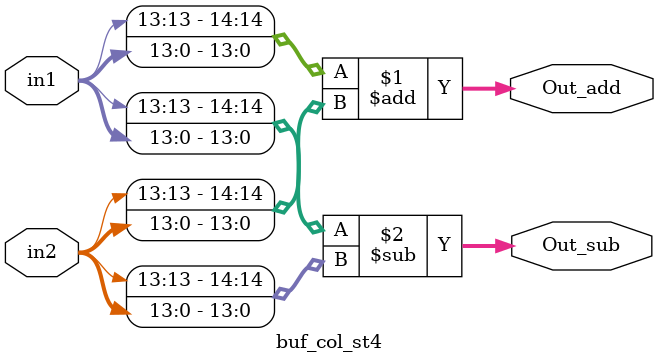
<source format=v>

module DCT_1D_col
    #(parameter C_bit = 7, parameter BW = 12)

    (X_k_out, x_n_in, clk, rstn, block_flag);

    output [16*BW-1:0]X_k_out;
    input [16*11-1:0]x_n_in;  
    input clk, rstn, block_flag;

    //(11.0)
    wire signed[11-1:0] x_0  = $signed(x_n_in[15*11 +: 11]);
    wire signed[11-1:0] x_1  = $signed(x_n_in[14*11 +: 11]);
    wire signed[11-1:0] x_2  = $signed(x_n_in[13*11 +: 11]);
    wire signed[11-1:0] x_3  = $signed(x_n_in[12*11 +: 11]);
    wire signed[11-1:0] x_4  = $signed(x_n_in[11*11 +: 11]);
    wire signed[11-1:0] x_5  = $signed(x_n_in[10*11 +: 11]);
    wire signed[11-1:0] x_6  = $signed(x_n_in[ 9*11 +: 11]);
    wire signed[11-1:0] x_7  = $signed(x_n_in[ 8*11 +: 11]);
    wire signed[11-1:0] x_8  = $signed(x_n_in[ 7*11 +: 11]);
    wire signed[11-1:0] x_9  = $signed(x_n_in[ 6*11 +: 11]);
    wire signed[11-1:0] x_10 = $signed(x_n_in[ 5*11 +: 11]);
    wire signed[11-1:0] x_11 = $signed(x_n_in[ 4*11 +: 11]);
    wire signed[11-1:0] x_12 = $signed(x_n_in[ 3*11 +: 11]);
    wire signed[11-1:0] x_13 = $signed(x_n_in[ 2*11 +: 11]);
    wire signed[11-1:0] x_14 = $signed(x_n_in[ 1*11 +: 11]);
    wire signed[11-1:0] x_15 = $signed(x_n_in[ 0*11 +: 11]);
    // (1.6)
    //wire [7-1:0] C_0  = 7'h10;
    // wire [7-1:0] C_1  = 7'h17;
    // wire [7-1:0] C_2  = 7'h16;
    // wire [7-1:0] C_3  = 7'h16;
    // wire [7-1:0] C_4  = 7'h15;
    // wire [7-1:0] C_5  = 7'h14;
    // wire [7-1:0] C_6  = 7'h13;
    // wire [7-1:0] C_7  = 7'h11;
    // wire [7-1:0] C_8  = 7'h10;
    // wire [7-1:0] C_9  = 7'he; 
    // wire [7-1:0] C_10 = 7'hd;
    // wire [7-1:0] C_11 = 7'hb;
    // wire [7-1:0] C_12 = 7'h9;
    // wire [7-1:0] C_13 = 7'h7;
    // wire [7-1:0] C_14 = 7'h4;
    // wire [7-1:0] C_15 = 7'h2;
    // 실제로는 16개인데 어차피 C0 = C8이어서 그냥 15개로만 계산함.

    wire signed[12-1:0] X_0_15_a, X_0_15_s;
    wire signed[12-1:0] X_1_14_a, X_1_14_s;
    wire signed[12-1:0] X_2_13_a, X_2_13_s;
    wire signed[12-1:0] X_3_12_a, X_3_12_s;
    wire signed[12-1:0] X_4_11_a, X_4_11_s;
    wire signed[12-1:0] X_5_10_a, X_5_10_s;
    wire signed[12-1:0] X_6_9_a, X_6_9_s;
    wire signed[12-1:0] X_7_8_a, X_7_8_s;


    wire signed[22-1:0] X_4, X_12;
    wire signed[12-1:0] X_4_trunc, X_12_trunc;

    // Common stage (Even, Odd) (12.0)
    buf_col_st1 buf1( X_0_15_a, X_0_15_s, x_0, x_15);
    buf_col_st1 buf2( X_1_14_a, X_1_14_s, x_1, x_14);
    buf_col_st1 buf3( X_2_13_a, X_2_13_s, x_2, x_13);
    buf_col_st1 buf4( X_3_12_a, X_3_12_s, x_3, x_12);
    buf_col_st1 buf5( X_4_11_a, X_4_11_s, x_4, x_11);
    buf_col_st1 buf6( X_5_10_a, X_5_10_s, x_5, x_10);
    buf_col_st1 buf7( X_6_9_a,  X_6_9_s,  x_6, x_9);
    buf_col_st1 buf8( X_7_8_a,  X_7_8_s,  x_7, x_8);

    wire signed[13-1:0] X_0_7_8_15_a, X_1_6_9_14_a, X_2_5_10_13_a, X_3_4_11_12_a;
    wire signed[13-1:0] X_0_7_8_15_s, X_1_6_9_14_s, X_2_5_10_13_s, X_3_4_11_12_s;

    // Even stage (13.0)
    buf_col_st2 buf2_1 (X_0_7_8_15_a,  X_0_7_8_15_s,  X_0_15_a, X_7_8_a);
    buf_col_st2 buf2_2 (X_1_6_9_14_a,  X_1_6_9_14_s,  X_1_14_a, X_6_9_a);
    buf_col_st2 buf2_3 (X_2_5_10_13_a, X_2_5_10_13_s, X_2_13_a, X_5_10_a);
    buf_col_st2 buf2_4 (X_3_4_11_12_a, X_3_4_11_12_s, X_3_12_a, X_4_11_a);

    wire signed[14-1:0] X1, X2, X3, X4;
    // 11 bit outcome (14.0)
    buf_col_st3 buf3_1 (X2, X4, X_1_6_9_14_a, X_2_5_10_13_a);
    buf_col_st3 buf3_2 (X1, X3, X_0_7_8_15_a,  X_3_4_11_12_a);

    // Even의 Even의 Even
    ////////////////////****** X[0], X[8] ******////////////////////
    wire signed[15-1:0] Pre_X_0;
    wire signed[15-1:0] Pre_X_8;
    wire signed[16-1:0] X_0;
    wire signed[20-1:0] X_8;
    wire signed[12-1:0] X_0_trunc; 
    wire signed[12-1:0] X_8_trunc;
    wire signed[12-1:0] X_0_test;
    wire overflow0, overflow1;

    // 15bit outcome (15.0)
    buf_col_st4 buf4_1 (Pre_X_0, Pre_X_8, X1, X2);

    // 19bit outcome (19.4) 승화가 알려준 꿀팁. $unsigned()
    ///assign overflow0 = ((Pre_X_0[15-1] & ~X1[14-1] & ~X2[14-1])) || ((~Pre_X_0[15-1] & X1[14-1] & X2[14-1]));
    //assign X_0 = overflow ? 15'b001111111111111 : $signed(Pre_X_0);
    
    assign X_0 = $signed(Pre_X_0);
    // 19bit outcome
    assign X_8 = $signed(Pre_X_8 << 4);

    // 12bit (12.0)
    assign X_0_test = block_flag ? X_0 >>> 3 : X_0 >>> 1;
    xor(overflow0, X_0_test[12-1], Pre_X_0[15-1]);
    // + 150 -50
    assign X_0_trunc = overflow0 ? (X_0_test[12-1] ? ~X_0_test : ~X_0_test) : X_0_test;
    assign X_8_trunc = X_8[17-1:5];

    // Even의 Even의 Odd
    ////////////////////****** X[4], X[12] ******////////////////////
    // 19bit outcome (19.6)
    //buf_col_st4_mult buf4_2 (X_4, X_12, X3, X4, C_4, C_12);

    assign X_4 = $signed((X3 << 4)) + $signed((X3 << 2)) + $signed(X3) + $signed(X4 << 3) + $signed(X4);
    assign X_12 = (X3 <<< 3) + (X3) - ((X4 <<< 4) + (X4 <<< 2) + X4);
    
    // 12bit (12.1) 앞에서 6비트, 뒤에서 5비트 자르기
    assign X_4_trunc = X_4[17-1:5];
    assign X_12_trunc = X_12[17-1:5];

    // Even의 Odd
    ////////////////////****** X[2], X[6], X[10], X[14] ******////////////////////
    // 18.6
    wire signed [21-1:0] Pre_X_10_1, Pre_X_6_1, Pre_X_10_2, Pre_X_6_2;
    //buf_col_st3_mult buf3_3 (Pre_X_10_1, Pre_X_6_1, X_0_7_8_15_s, X_3_4_11_12_s, C_10, C_6);
    //buf_col_st3_mult buf3_4 (Pre_X_6_2, Pre_X_10_2, X_1_6_9_14_s, X_2_5_10_13_s, C_14, C_2);

    // C10 = 0001101, C6 = 0010011
    // C10 * X_0_7_8_15_s + C6 * X_3_4_11_12_s
    // -C10 * X_3_4_11_12 + C6 * X_0_7_8_15_s
    assign Pre_X_10_1 = (X_0_7_8_15_s <<< 3) + (X_0_7_8_15_s <<< 2) + (X_0_7_8_15_s) + (X_3_4_11_12_s <<< 4) + (X_3_4_11_12_s <<< 1) + (X_3_4_11_12_s);
    assign Pre_X_6_1 = -((X_3_4_11_12_s <<< 3) + (X_3_4_11_12_s <<< 2) + (X_3_4_11_12_s)) + ((X_0_7_8_15_s <<< 4) + (X_0_7_8_15_s <<< 1) + (X_0_7_8_15_s));

    // C14 = 0000100, C2 = 0010110
    // C14 * X_1_6_9_14_s + C2 * X_2_5_10_13_s
    // -C14 * X_2_5_10_13_s + C2 * X_1_6_9_14_s
    assign Pre_X_6_2 = (X_1_6_9_14_s <<< 2)  + (X_2_5_10_13_s <<< 4) + (X_2_5_10_13_s <<< 2) + (X_2_5_10_13_s <<< 1);
    assign Pre_X_10_2 = -((X_2_5_10_13_s <<< 2)) + ((X_1_6_9_14_s <<< 4) + (X_1_6_9_14_s <<< 2) + (X_1_6_9_14_s <<< 1));
    
    // 22.6
    wire signed [22-1:0] X_10, X_6;
    // 22bit outcome
    assign X_10 = Pre_X_10_1 - Pre_X_10_2;
    assign X_6 = Pre_X_6_1 - Pre_X_6_2;

    // 12bit truncation
    wire signed [12-1:0] X_10_trunc, X_6_trunc;
    assign X_10_trunc = X_10[17-1:5];
    assign X_6_trunc = X_6[17-1:5];

    // X[2], X[6]
    wire signed [21-1:0] Pre_X_2_1, Pre_X_14_1, Pre_X_2_2, Pre_X_14_2;
    //buf_col_st3_mult buf3_5 (Pre_X_2_1, Pre_X_14_1, X_0_7_8_15_s, X_3_4_11_12_s, C_2, C_14);
    //buf_col_st3_mult buf3_6 (Pre_X_2_2, Pre_X_14_2, X_2_5_10_13_s, X_1_6_9_14_s, C_10, C_6);

    // C2 = 0010110, C14 = 0000100
    // C2 * X_0_7_8_15_s + C14 * X_3_4_11_12_s
    // -C2 * X_3_4_11_12_s + C14 * X_0_7_8_15_s
    assign Pre_X_2_1 = (X_0_7_8_15_s <<< 4) + (X_0_7_8_15_s <<< 2) + (X_0_7_8_15_s <<< 1) + (X_3_4_11_12_s <<< 2);
    assign Pre_X_14_1 = -((X_3_4_11_12_s <<< 4) + (X_3_4_11_12_s <<< 2) + (X_3_4_11_12_s <<< 1)) + ((X_0_7_8_15_s <<< 2));

    // C10 = 0001101, C6 = 0010011
    // C10 * X_2_5_10_13_s + C6 * X_1_6_9_14_s
    // -C10 * X_1_6_9_14_s + C6 * X_2_5_10_13_s
    assign Pre_X_2_2 = (X_2_5_10_13_s <<< 3) + (X_2_5_10_13_s <<< 2) + (X_2_5_10_13_s) + (X_1_6_9_14_s <<< 4) + (X_1_6_9_14_s <<< 1) + (X_1_6_9_14_s);
    assign Pre_X_14_2 = -((X_1_6_9_14_s <<< 3) + (X_1_6_9_14_s <<< 2) + (X_1_6_9_14_s)) + ((X_2_5_10_13_s <<< 4) + (X_2_5_10_13_s <<< 1) + (X_2_5_10_13_s));

    wire signed [22-1:0] X_2, X_14;
    // 19bit outcome
    assign X_2 = Pre_X_2_1 + Pre_X_2_2;
    assign X_14 = Pre_X_14_1 + Pre_X_14_2;

    // 12bit truncation
    wire signed [12-1:0] X_2_trunc, X_14_trunc;
    assign X_2_trunc = X_2[17-1:5];
    assign X_14_trunc = X_14[17-1:5];

    // Odd part
    ////////////////////****** X[1], X[15] ******////////////////////

    wire signed [22-1:0] Pre_X_1, Pre_X_15;
    wire signed [20-1:0] X1_1, X15_1, X1_2, X15_2, X1_3, X15_3, X1_4, X15_4;
    wire signed [12-1:0] X_1_test;
    wire overflow_chk1;
    
    //buf_col_st2_mult buf_1_15_1 (X1_1, X15_1, X_0_15_s, X_7_8_s, C_1, C_15);
    //buf_col_st2_mult buf_1_15_2 (X1_2, X15_2, X_1_14_s, X_6_9_s, C_3, C_13);
    //buf_col_st2_mult buf_1_15_3 (X1_3, X15_3, X_2_13_s, X_5_10_s, C_5, C_11);
    //buf_col_st2_mult buf_1_15_4 (X1_4, X15_4, X_3_12_s, X_4_11_s, C_7, C_9);

    // C1 = 0010111, C15 = 0000010
    // C1 * X_0_15_s + C15 * X_7_8_s
    // -C1 * X_7_8_s + C15 * X_0_15_s
    assign X1_1 = (X_0_15_s <<< 4) + (X_0_15_s <<< 2) + (X_0_15_s <<< 1) + X_0_15_s + (X_7_8_s <<< 1);
    assign X15_1 = -((X_7_8_s <<< 4) + (X_7_8_s <<< 2) + (X_7_8_s <<< 1) + X_7_8_s) + ((X_0_15_s <<< 1));

    // C3 = 0010110, C13 = 0000111
    // C3 * X_1_14_s + C13 * X_6_9_s
    // -C3 * X_6_9_s + C13 * X_1_14_s
    assign X1_2 = ((X_1_14_s <<< 4)+(X_1_14_s <<< 2)+(X_1_14_s <<< 1))  + (X_6_9_s <<< 2) + (X_6_9_s <<< 1) + (X_6_9_s);
    assign X15_2 = -((X_6_9_s <<< 4) + (X_6_9_s <<< 2) + (X_6_9_s <<< 1)) + ((X_1_14_s <<< 2)+(X_1_14_s <<< 1)+(X_1_14_s));

    // C5 = 0010100, C11 = 0001011
    // C5 * X_2_13_s + C11 * X_5_10_s
    // -C5 * X_5_10_s + C11 * X_2_13_s
    assign X1_3 = (X_2_13_s <<< 4) + (X_2_13_s <<< 2) + (X_5_10_s <<< 3) + (X_5_10_s <<< 1) + (X_5_10_s);
    assign X15_3 = -((X_5_10_s <<< 4) + (X_5_10_s <<< 2)) + ((X_2_13_s <<< 3) + (X_2_13_s <<< 1) + (X_2_13_s));

    // C7 = 0010001, C9 = 0001110
    // C7 * X_3_12_s + C9 * X_4_11_s
    // -C7 * X_4_11_s + C9 * X_3_12_s
    assign X1_4 = (X_3_12_s <<< 4) + (X_3_12_s) + (X_4_11_s <<< 3) + (X_4_11_s <<< 2) + (X_4_11_s <<< 1);
    assign X15_4 = -((X_4_11_s <<< 4) + (X_4_11_s)) + ((X_3_12_s <<< 3) + (X_3_12_s <<< 2) + (X_3_12_s <<< 1));

    assign Pre_X_1 = X1_1 + X1_2 + X1_3 + X1_4;
    assign X_1_test = Pre_X_1[17-1:5];
    assign Pre_X_15 = X15_1 - X15_2 + X15_3 - X15_4;

    xor(overflow_chk1, X_1_test[12-1], Pre_X_1[22-1]);

    // 11bit truncation
    wire signed [12-1:0] X_1_trunc, X_15_trunc;
    assign X_1_trunc = overflow_chk1? (X_1_test[12-1] ? ~X_1_test : ~X_1_test) : X_1_test;
    assign X_15_trunc = Pre_X_15[17-1:5];


    ////////////////////****** X[3], X[13] ******////////////////////

    wire signed [23-1:0] Pre_X_3, Pre_X_13;
    wire signed [20-1:0] X3_1, X13_1, X3_2, X13_2, X3_3, X13_3, X3_4, X13_4;

    //buf_col_st2_mult buf_3_13_1 (X3_1, X13_1, X_0_15_s, -X_7_8_s, C_3, C_13);
    //buf_col_st2_mult buf_3_13_2 (X3_2, X13_2, X_1_14_s, -X_6_9_s, C_9, C_7);
    //buf_col_st2_mult buf_3_13_3 (X3_3, X13_3, X_2_13_s, -X_5_10_s, C_15, C_1);
    //buf_col_st2_mult buf_3_13_4 (X3_4, X13_4, X_3_12_s, X_4_11_s, C_11, C_5);

    // C3 = 0010110, C13 = 0000111
    // C3 * X_0_15_s  C13 * X_7_8_s
    // -C3 * X_7_8_s + C13 * X_0_15_s
    //assign X_7_8_s = -X_7_8_s;
    assign X3_1 = (X_0_15_s <<< 4) + (X_0_15_s <<< 2) + (X_0_15_s <<< 1) -((X_7_8_s <<< 2) + (X_7_8_s <<< 1) + (X_7_8_s));
    assign X13_1 = ((X_7_8_s <<< 4) + (X_7_8_s <<< 2) + (X_7_8_s <<< 1)) + ((X_0_15_s <<< 2) + (X_0_15_s <<< 1) + (X_0_15_s));

    // C9 = 0001110, C7 = 0010001
    // C9 * X_1_14_s + C7 * X_6_9_s
    // -C9 * X_6_9_s + C7 * X_1_14_s
    //assign X_6_9_s = -X_6_9_s;
    assign X3_2 = (X_1_14_s <<< 3) + (X_1_14_s <<< 2) + (X_1_14_s <<< 1) - ((X_6_9_s <<< 4) + (X_6_9_s));
    assign X13_2 = ((X_6_9_s <<< 3) + (X_6_9_s <<< 2) + (X_6_9_s <<< 1)) + ((X_1_14_s <<< 4) + (X_1_14_s));

    // C15 = 0000010, C1 = 0010111
    // C15 * X_2_13_s + C1 * X_5_10_s
    // -C15 * X_5_10_s + C1 * X_2_13_s
    //assign X_5_10_s = -X_5_10_s;
    assign X3_3 = (X_2_13_s <<< 1) - ((X_5_10_s <<< 4) + (X_5_10_s <<< 2) + (X_5_10_s <<< 1) + X_5_10_s);
    assign X13_3 = ((X_5_10_s <<< 1)) + ((X_2_13_s <<< 4) + (X_2_13_s <<< 2) + (X_2_13_s <<< 1) + (X_2_13_s));

    // C11 = 0001011, C5 = 0010100
    // C11 * X_3_12_s + C5 * X_4_11_s
    // -C11 * X_4_11_s + C5 * X_3_12_s
    assign X3_4 = ((X_3_12_s <<< 3) + (X_3_12_s <<< 1) + (X_3_12_s)) + (X_4_11_s <<< 4) + (X_4_11_s <<< 2);
    assign X13_4 = -((X_4_11_s <<< 3) + (X_4_11_s <<< 1) + (X_4_11_s)) + ((X_3_12_s <<< 4) + (X_3_12_s <<< 2));

    assign Pre_X_3 = X3_1 + X3_2 + X3_3 - X3_4;
    assign Pre_X_13 = X13_1 - X13_2 + X13_3 - X13_4;

    // 11bit truncation
    wire signed [12-1:0] X_3_trunc, X_13_trunc;
    assign X_3_trunc = Pre_X_3[17-1:5];
    assign X_13_trunc = Pre_X_13[17-1:5];

    ////////////////////****** X[5], X[11] ******////////////////////

    wire signed [23-1:0] Pre_X_5, Pre_X_11;
    wire signed [20-1:0] X5_1, X11_1, X5_2, X11_2, X5_3, X11_3, X5_4, X11_4;
    
    //buf_col_st2_mult buf_5_11_1 (X5_1, X11_1, X_0_15_s, X_7_8_s, C_5, C_11);
    //buf_col_st2_mult buf_5_11_2 (X5_2, X11_2, X_1_14_s, X_6_9_s, C_15, C_1);
    //buf_col_st2_mult buf_5_11_3 (X5_3, X11_3, X_2_13_s, -X_5_10_s, C_7, C_9);
    //buf_col_st2_mult buf_5_11_4 (X5_4, X11_4, X_3_12_s, X_4_11_s, C_3, C_13);

    // C5 = 0010100, C11 = 0001011
    // C5 * X_0_15_s + C11 * X_7_8_s
    // -C5 * X_7_8_s + C11 * X_0_15_s
    assign X5_1 = (X_0_15_s <<< 4) + (X_0_15_s <<< 2) + (X_7_8_s <<< 3) + (X_7_8_s <<< 1) + (X_7_8_s);
    assign X11_1 = -((X_7_8_s <<< 4) + (X_7_8_s <<< 2)) + ((X_0_15_s <<< 3) + (X_0_15_s <<< 1) + (X_0_15_s));

    // C15 = 0000010, C1 = 0010111
    // C15 * X_1_14_s + C1 * X_6_9_s
    // -C15 * X_6_9_s + C1 * X_1_14_s
    assign X5_2 = (X_1_14_s <<< 1) + ((X_6_9_s <<< 4) + (X_6_9_s <<< 2) + (X_6_9_s <<< 1) + X_6_9_s);
    assign X11_2 = -((X_6_9_s <<< 1)) + ((X_1_14_s <<< 4) + (X_1_14_s <<< 2) + (X_1_14_s <<< 1) + (X_1_14_s));

    // C7 = 0010001, C9 = 0001110
    // C7 * X_2_13_s + C9 * X_5_10_s
    // -C7 * X_5_10_s + C9 * X_2_13_s
    assign X5_3 = (X_2_13_s <<< 4) + (X_2_13_s) - ((X_5_10_s <<< 3) + (X_5_10_s <<< 2) + (X_5_10_s <<< 1));
    assign X11_3 = ((X_5_10_s <<< 4) + (X_5_10_s)) + ((X_2_13_s <<< 3) + (X_2_13_s <<< 2) + (X_2_13_s <<< 1));

    // C3 = 0010110, C13 = 0000111
    // C3 * X_3_12_s + C13 * X_4_11_s
    // -C3 * X_4_11_s + C13 * X_3_12_s
    assign X5_4 = (X_3_12_s <<< 4) + (X_3_12_s <<< 2) + (X_3_12_s <<< 1) + (X_4_11_s <<< 2) + (X_4_11_s <<< 1) + X_4_11_s;
    assign X11_4 = -((X_4_11_s <<< 4) + (X_4_11_s <<< 2) + (X_4_11_s <<< 1)) + ((X_3_12_s <<< 2) + (X_3_12_s <<< 1) + X_3_12_s);

    assign Pre_X_5 = X5_1 + X5_2 - X5_3 - X5_4;
    assign Pre_X_11 = X11_1 - X11_2 + X11_3 + X11_4;

    // 11bit truncation
    wire signed [12-1:0] X_5_trunc, X_11_trunc;
    assign X_5_trunc = Pre_X_5[17-1:5];
    assign X_11_trunc = Pre_X_11[17-1:5];

    ////////////////////****** X[7], X[9] ******////////////////////

    wire signed [23-1:0] Pre_X_7, Pre_X_9;
    wire signed [20-1:0] X7_1, X9_1, X7_2, X9_2, X7_3, X9_3, X7_4, X9_4;

    //buf_col_st2_mult buf_7_9_1 (X7_1, X9_1, X_0_15_s, -X_7_8_s, C_7, C_9);
    //buf_col_st2_mult buf_7_9_2 (X7_2, X9_2, X_1_14_s, X_6_9_s, C_11, C_5);
    //buf_col_st2_mult buf_7_9_3 (X7_3, X9_3, X_2_13_s, -X_5_10_s, C_3, C_13);
    //buf_col_st2_mult buf_7_9_4 (X7_4, X9_4, X_3_12_s, X_4_11_s, C_15, C_1);

    // C7 = 0010001, C9 = 0001110
    // C7 * X_0_15_s + C9 * X_7_8_s
    // -C7 * X_7_8_s + C9 * X_0_15_s
    //assign X_7_8_s = -X_7_8_s;
    assign X7_1 = (X_0_15_s <<< 4) + (X_0_15_s) - ((X_7_8_s <<< 3) + (X_7_8_s <<< 2) + (X_7_8_s <<< 1));
    assign X9_1 = ((X_7_8_s <<< 4) + (X_7_8_s)) + ((X_0_15_s <<< 3) + (X_0_15_s <<< 2) + (X_0_15_s <<< 1));

    // C11 = 0001011, C5 = 0010100
    // C11 * X_1_14_s + C5 * X_6_9_s
    // -C11 * X_6_9_s + C5 * X_1_14_s
    assign X7_2 = (X_1_14_s <<< 3) + (X_1_14_s <<< 1) + (X_1_14_s) + (X_6_9_s <<< 4) + (X_6_9_s <<< 2);
    assign X9_2 = -((X_6_9_s <<< 3) + (X_6_9_s <<< 1) + (X_6_9_s)) + ((X_1_14_s <<< 4) + (X_1_14_s <<< 2));

    // C3 = 0010110, C13 = 0000111
    // C3 * X_2_13_s + C13 * X_5_10_s
    // -C3 * X_5_10_s + C13 * X_2_13_s
    //assign X_5_10_s = -X_5_10_s;
    assign X7_3 = (X_2_13_s <<< 4) + (X_2_13_s <<< 2) + (X_2_13_s <<< 1) - ((X_5_10_s <<< 2) + (X_5_10_s <<< 1) + X_5_10_s);
    assign X9_3 = ((X_5_10_s <<< 4) + (X_5_10_s <<< 2) + (X_5_10_s <<< 1)) + ((X_2_13_s <<< 2) + (X_2_13_s <<< 1) + X_2_13_s);

    // C15 = 0000010, C1 = 0010111
    // C15 * X_3_12_s + C1 * X_4_11_s
    // -C15 * X_4_11_s + C1 * X_3_12_s
    assign X7_4 = (X_3_12_s <<< 1) + ((X_4_11_s <<< 4) + (X_4_11_s <<< 2) + (X_4_11_s <<< 1) + X_4_11_s);
    assign X9_4 = -((X_4_11_s <<< 1)) + ((X_3_12_s <<< 4) + (X_3_12_s <<< 2) + (X_3_12_s <<< 1) + (X_3_12_s));

    assign Pre_X_7 = X7_1 - X7_2 - X7_3 + X7_4;
    assign Pre_X_9 = X9_1 - X9_2 - X9_3 + X9_4;

    // 11bit truncation
    wire signed [12-1:0] X_7_trunc, X_9_trunc;
    assign X_7_trunc = Pre_X_7[17-1:5];
    assign X_9_trunc = Pre_X_9[17-1:5];

    assign X_k_out = {X_0_trunc, X_1_trunc, X_2_trunc, X_3_trunc, X_4_trunc, X_5_trunc, X_6_trunc, X_7_trunc, X_8_trunc, X_9_trunc, X_10_trunc, X_11_trunc, X_12_trunc, X_13_trunc, X_14_trunc, X_15_trunc};


endmodule

module buf_col_st1(Out_add, Out_sub, in1, in2);
    output signed[12-1:0] Out_add;
    output signed[12-1:0] Out_sub;
    input [11-1:0] in1;
    input [11-1:0] in2;

    assign Out_add = $signed(in1) + $signed(in2);
    assign Out_sub = $signed(in1) - $signed(in2);

endmodule

// 여전히 여기 output도 unsigned로 계산해야함.
module buf_col_st2(Out_add, Out_sub, in1, in2);
    output signed[13-1:0] Out_add;
    output signed[13-1:0] Out_sub;
    input signed[12-1:0] in1;
    input signed[12-1:0] in2;

    assign Out_add = $signed(in1) + $signed(in2);
    assign Out_sub = $signed(in1) - $signed(in2);

endmodule

// module buf_col_st2_mult(Out_add, Out_sub, in1, in2, c1, c2);
//     output signed[20-1:0] Out_add;
//     output signed[20-1:0] Out_sub;
//     input signed[7-1:0] c1, c2;
//     input signed[12-1:0] in1;
//     input signed[12-1:0] in2;

//     assign Out_add = in1 * c1 + in2 * c2;
//     assign Out_sub = in1 * c2 - in2 * c1;

// endmodule

module buf_col_st3(Out_add, Out_sub, in1, in2);
    output signed[14-1:0] Out_add;
    output signed[14-1:0] Out_sub;
    input signed[13-1:0] in1;
    input signed[13-1:0] in2;

    assign Out_add = $signed(in1) + $signed(in2);
    assign Out_sub = $signed(in1) - $signed(in2);

endmodule
// // Even의 Odd X[2], X[6], X[10], X[14]를 위한 butterfly 모듈
// module buf_col_st3_mult (Out_add, Out_sub, in1, in2, c1, c2);
//     output signed[21-1:0] Out_add;
//     output signed[21-1:0] Out_sub;
//     input signed[7-1:0] c1, c2;
//     input signed[13-1:0] in1;
//     input signed[13-1:0] in2;

//     assign Out_add = in1 * c1 + in2 * c2;
//     assign Out_sub = in1 * c2 - in2 * c1;

// endmodule

module buf_col_st4(Out_add, Out_sub, in1, in2);
    output signed[15-1:0] Out_add;
    output signed[15-1:0] Out_sub;
    input signed[14-1:0] in1, in2;

    assign Out_add = $signed(in1) + $signed(in2);
    assign Out_sub = $signed(in1) - $signed(in2);

endmodule

// // even X[4], X[12]를 위한 butterfly 모듈
// module buf_col_st4_mult(Out_add, Out_sub, in1, in2, c1, c2);
//     output signed[22-1:0] Out_add;
//     output signed[22-1:0] Out_sub;
//     input signed[7-1:0] c1, c2;
//     input signed[14-1:0] in1, in2;

//     assign Out_add = in1 * c1 + in2 * c2;
//     assign Out_sub = in1 * c2 - in2 * c1;

// endmodule
</source>
